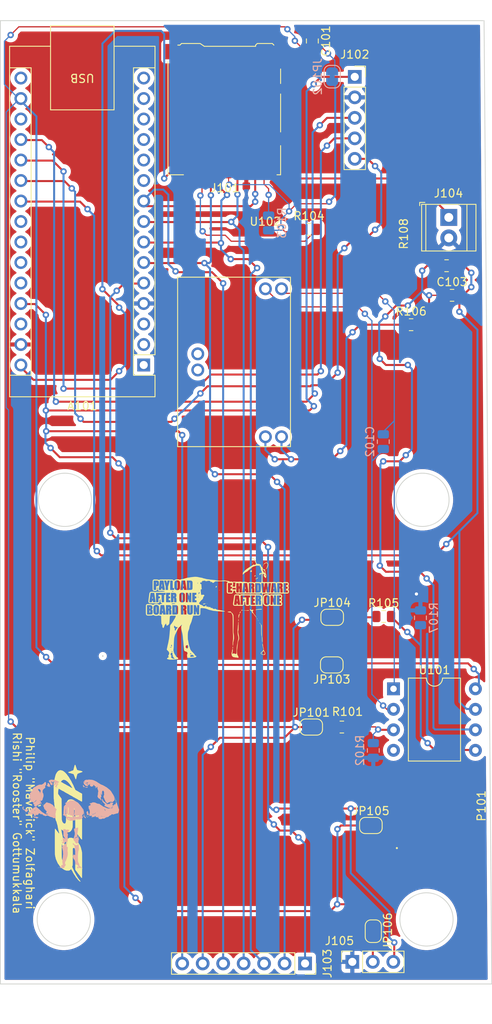
<source format=kicad_pcb>
(kicad_pcb (version 20211014) (generator pcbnew)
  (title_block (title "Payload Hard") (date "03/30/11") (rev "V1") (company "Philip Zolfaghari") (comment 1 "Rishi Gottumukkala"))
  (layers (0 "F.Cu" signal) (31 "B.Cu" signal) (34 "B.Paste" user) (35 "F.Paste" user) (36 "B.SilkS" user "B.Silkscreen") (37 "F.SilkS" user "F.Silkscreen") (38 "B.Mask" user) (39 "F.Mask" user) (44 "Edge.Cuts" user))
  (net 0 "")
  (net 4 "GND")
  (net 5 "/Dust_SIG")
  (net 6 "/SPI_SDCARD_CS")
  (net 7 "/SPI_SDCARD_MOSI")
  (net 8 "/SPI_SDCARD_SCK")
  (net 9 "/SPI_SDCARD_MISO")
  (net 17 "/3V3")
  (net 19 "/RED")
  (net 20 "/NOX")
  (net 21 "/PRE")
  (net 22 "/SO2_Out")
  (net 27 "/5V")
  (net 29 "/Vbattery")
  (net 30 "Net-(J101-Pad1)")
  (net 31 "Net-(J101-Pad8)")
  (net 32 "/Counter")
  (net 33 "/Reference")
  (net 34 "Net-(C103-Pad1)")
  (net 35 "Net-(R101-Pad2)")
  (net 36 "Net-(R105-Pad2)")
  (net 37 "Net-(U102-Pad1)")
  (net 38 "Net-(C101-Pad2)")
  (net 39 "Net-(JP105-Pad2)")
  (net 40 "Net-(JP101-Pad2)")
  (net 41 "Net-(JP104-Pad2)")
  (net 43 "Net-(JP106-Pad2)")
  (net 44 "Net-(JP103-Pad1)")
  (footprint "JST_S3B-PH-SM4-TB:JST_S3B-PH-SM4-TB" (layer "F.Cu") (at 154.925 135.2 -90)
    (fp_text reference "P101")
    (fp_text value "S3B-PH-SM4-TB")
  )
  (footprint "Sensor:3SP_SO2_20" (layer "F.Cu") (at 129.125 75.35)
    (fp_text reference "U102")
    (fp_text value "3SP_SO2_20")
  )
  (footprint "Jumper:SolderJumper-2_P1.3mm_Bridged_RoundedPad1.0x1.5mm" (layer "F.Cu") (at 142.7 123.1)
    (fp_text reference "JP101")
    (fp_text value "SolderJumper_2_Bridged")
  )
  (footprint "Resistor_SMD:R_0805_2012Metric" (layer "F.Cu") (at 159.4925 65.93)
    (fp_text reference "R108")
    (fp_text value "R_US")
  )
  (footprint "LOGO" (layer "F.Cu") (at 113 135 -90)
    (fp_text reference "G***" hide)
    (fp_text value "LOGO" hide)
  )
  (footprint "Resistor_SMD:R_0805_2012Metric" (layer "F.Cu") (at 142.425 61.425)
    (fp_text reference "R104")
    (fp_text value "10k")
  )
  (footprint "Jumper:SolderJumper-2_P1.3mm_Bridged_RoundedPad1.0x1.5mm" (layer "F.Cu") (at 150.1 135.3)
    (fp_text reference "JP105")
    (fp_text value "SolderJumper_2_Bridged")
  )
  (footprint "LOGO" (layer "F.Cu") (at 113 135)
    (fp_text reference "G***" hide)
    (fp_text value "LOGO" hide)
  )
  (footprint "Connector_PinSocket_2.54mm:PinSocket_1x03_P2.54mm_Vertical" (layer "F.Cu") (at 147.8 152.2 90)
    (fp_text reference "J105")
    (fp_text value "Conn_01x03_Female")
  )
  (footprint "Module:Arduino_Nano" (layer "F.Cu") (at 121.92 78.232 180)
    (fp_text reference "A101")
    (fp_text value "Arduino_Nano_v3.x")
  )
  (footprint "LOGO" (layer "F.Cu") (at 130.5 108.5)
    (fp_text reference "G***" hide)
    (fp_text value "LOGO" hide)
  )
  (footprint "Capacitor_SMD:C_0805_2012Metric" (layer "F.Cu") (at 142.84 38.08 -90)
    (fp_text reference "C101")
    (fp_text value "100 nF")
  )
  (footprint "Jumper:SolderJumper-2_P1.3mm_Bridged_RoundedPad1.0x1.5mm" (layer "F.Cu") (at 145.25 115.4 180)
    (fp_text reference "JP103")
    (fp_text value "SolderJumper_2_Bridged")
  )
  (footprint "Connector_PinSocket_2.54mm:PinSocket_1x07_P2.54mm_Vertical" (layer "F.Cu") (at 141.935 152.4 -90)
    (fp_text reference "J103")
    (fp_text value "Conn_01x07_Male")
  )
  (footprint "Jumper:SolderJumper-2_P1.3mm_Bridged_RoundedPad1.0x1.5mm" (layer "F.Cu") (at 145.3 109.5)
    (fp_text reference "JP104")
    (fp_text value "SolderJumper_2_Bridged")
  )
  (footprint "Connector_PinSocket_2.54mm:PinSocket_1x05_P2.54mm_Vertical" (layer "F.Cu") (at 148.1 42.525)
    (fp_text reference "J102")
    (fp_text value "Conn_01x05_Female")
  )
  (footprint "Connector_Card:microSD_HC_Hirose_DM3AT-SF-PEJM5" (layer "F.Cu") (at 131.925 46.775 180)
    (fp_text reference "J101")
    (fp_text value "Micro_SD_Card")
  )
  (footprint "Package_DIP:DIP-8_W10.16mm" (layer "F.Cu") (at 152.908 118.364)
    (fp_text reference "U101")
    (fp_text value "LM358")
  )
  (footprint "TerminalBlock_TE-Connectivity:TerminalBlock_TE_282834-2_1x02_P2.54mm_Horizontal" (layer "F.Cu") (at 159.766 59.944 -90)
    (fp_text reference "J104")
    (fp_text value "Screw_Terminal_01x02")
  )
  (footprint "Resistor_SMD:R_0805_2012Metric" (layer "F.Cu") (at 155.09 73.24)
    (fp_text reference "R106")
    (fp_text value "150")
  )
  (footprint "Jumper:SolderJumper-2_P1.3mm_Bridged_RoundedPad1.0x1.5mm" (layer "F.Cu") (at 150.4 148.4 -90)
    (fp_text reference "JP106")
    (fp_text value "SolderJumper_2_Bridged")
  )
  (footprint "Resistor_SMD:R_0805_2012Metric" (layer "F.Cu") (at 151.6875 109.4)
    (fp_text reference "R105")
    (fp_text value "R_US")
  )
  (footprint "Resistor_SMD:R_0805_2012Metric" (layer "F.Cu") (at 146.5 123.1)
    (fp_text reference "R101")
    (fp_text value "R_US")
  )
  (footprint "Resistor_SMD:R_0805_2012Metric" (layer "F.Cu") (at 160.1705 69.596)
    (fp_text reference "C103")
    (fp_text value "0.1uF")
  )
  (footprint "Resistor_SMD:R_0805_2012Metric" (layer "B.Cu") (at 156.25 109.56 90)
    (fp_text reference "R107")
    (fp_text value "R_US")
  )
  (footprint "Resistor_SMD:R_0805_2012Metric" (layer "B.Cu") (at 137.414 60.627 90)
    (fp_text reference "R103")
    (fp_text value "10k")
  )
  (footprint "Jumper:SolderJumper-2_P1.3mm_Bridged_RoundedPad1.0x1.5mm" (layer "B.Cu") (at 145.3 42.5 -90)
    (fp_text reference "JP102")
    (fp_text value "SolderJumper_2_Bridged")
  )
  (footprint "Resistor_SMD:R_0805_2012Metric" (layer "B.Cu") (at 151.638 87.7335 -90)
    (fp_text reference "C102")
    (fp_text value "0.1uF")
  )
  (footprint "Resistor_SMD:R_0805_2012Metric" (layer "B.Cu") (at 150.4 126 -90)
    (fp_text reference "R102")
    (fp_text value "R_US")
  )
  (gr_circle (center 156.5 94.94) (end 159.8 94.94) (layer "Edge.Cuts") (width 0.1) (fill none))
  (gr_line (start 164.14 35.56) (end 165.1 154.94) (layer "Edge.Cuts") (width 0.1))
  (gr_circle (center 112.14 94.94) (end 115.44 94.94) (layer "Edge.Cuts") (width 0.1) (fill none))
  (gr_line (start 165.1 154.94) (end 104.14 154.94) (layer "Edge.Cuts") (width 0.1))
  (gr_circle (center 116.84 114.3) (end 116.84 114.3) (layer "Edge.Cuts") (width 0.1) (fill none))
  (gr_line (start 104.14 154.94) (end 104.14 35.56) (layer "Edge.Cuts") (width 0.1))
  (gr_line (start 104.14 35.56) (end 164.14 35.56) (layer "Edge.Cuts") (width 0.1))
  (gr_circle (center 157 146.94) (end 160.3 146.94) (layer "Edge.Cuts") (width 0.1) (fill none))
  (gr_circle (center 112 146.94) (end 115.3 146.94) (layer "Edge.Cuts") (width 0.1) (fill none))
  (gr_text "Philip {dblquote}Maverick{dblquote} Zolfaghari\nRishi {dblquote}Rooster{dblquote} Gottumukkala" (at 107 135 270) (layer "F.SilkS") (effects (font (size 1 1))))
  (via (at 155.75 106.61) (size 0.8) (drill 0.4) (layers "F.Cu" "B.Cu") (net 4))
  (segment (start 136.26 99.71) (end 118.46 99.71) (width 0.25) (layer "F.Cu") (net 5))
  (segment (start 118.46 99.71) (end 117.77 99.02) (width 0.25) (layer "F.Cu") (net 5))
  (segment (start 138.5205 133.2) (end 138.3705 133.35) (width 0.25) (layer "F.Cu") (net 5))
  (segment (start 119.46 68.14) (end 121.71 68.14) (width 0.25) (layer "F.Cu") (net 5))
  (segment (start 140.27 135.93) (end 141.11 136.77) (width 0.25) (layer "F.Cu") (net 5))
  (segment (start 118.57 69.03) (end 119.46 68.14) (width 0.25) (layer "F.Cu") (net 5))
  (segment (start 138.82 135.93) (end 140.27 135.93) (width 0.25) (layer "F.Cu") (net 5))
  (segment (start 154.925 133.2) (end 147.6 133.2) (width 0.25) (layer "F.Cu") (net 5))
  (segment (start 153 152.08) (end 152.88 152.2) (width 0.25) (layer "F.Cu") (net 5))
  (segment (start 137.35 100.8) (end 136.26 99.71) (width 0.25) (layer "F.Cu") (net 5))
  (segment (start 138.06 135.17) (end 138.82 135.93) (width 0.25) (layer "F.Cu") (net 5))
  (segment (start 147.6 133.2) (end 138.5205 133.2) (width 0.25) (layer "F.Cu") (net 5))
  (segment (start 153 149.8) (end 153 152.08) (width 0.25) (layer "F.Cu") (net 5))
  (via (at 118.57 69.03) (size 0.8) (drill 0.4) (layers "F.Cu" "B.Cu") (net 5))
  (via (at 138.06 135.17) (size 0.8) (drill 0.4) (layers "F.Cu" "B.Cu") (net 5))
  (via (at 141.11 136.77) (size 0.8) (drill 0.4) (layers "F.Cu" "B.Cu") (net 5))
  (via (at 137.35 100.8) (size 0.8) (drill 0.4) (layers "F.Cu" "B.Cu") (net 5))
  (via (at 138.3705 133.35) (size 0.8) (drill 0.4) (layers "F.Cu" "B.Cu") (net 5))
  (via (at 117.77 99.02) (size 0.8) (drill 0.4) (layers "F.Cu" "B.Cu") (net 5))
  (via (at 147.6 133.2) (size 0.8) (drill 0.4) (layers "F.Cu" "B.Cu") (net 5))
  (via (at 153 149.8) (size 0.8) (drill 0.4) (layers "F.Cu" "B.Cu") (net 5))
  (segment (start 118.57 69.03) (end 117.77 69.83) (width 0.25) (layer "B.Cu") (net 5))
  (segment (start 141.935 137.595) (end 141.935 152.4) (width 0.25) (layer "B.Cu") (net 5))
  (segment (start 152.4 149.2) (end 153 149.8) (width 0.25) (layer "B.Cu") (net 5))
  (segment (start 152.4 146) (end 152.4 149.2) (width 0.25) (layer "B.Cu") (net 5))
  (segment (start 137.922 133.35) (end 137.414 132.842) (width 0.25) (layer "B.Cu") (net 5))
  (segment (start 137.35 134.46) (end 138.06 135.17) (width 0.25) (layer "B.Cu") (net 5))
  (segment (start 147.6 133.2) (end 147.6 141.2) (width 0.25) (layer "B.Cu") (net 5))
  (segment (start 137.35 100.8) (end 137.35 134.46) (width 0.25) (layer "B.Cu") (net 5))
  (segment (start 147.6 141.2) (end 152.4 146) (width 0.25) (layer "B.Cu") (net 5))
  (segment (start 138.3705 133.35) (end 137.922 133.35) (width 0.25) (layer "B.Cu") (net 5))
  (segment (start 117.77 69.83) (end 117.77 99.02) (width 0.25) (layer "B.Cu") (net 5))
  (segment (start 141.11 136.77) (end 141.935 137.595) (width 0.25) (layer "B.Cu") (net 5))
  (segment (start 130.7505 91.77) (end 137.51 91.77) (width 0.25) (layer "F.Cu") (net 6))
  (segment (start 137.51 91.77) (end 138.46 92.72) (width 0.25) (layer "F.Cu") (net 6))
  (segment (start 129.45 65.6) (end 121.71 65.6) (width 0.25) (layer "F.Cu") (net 6))
  (segment (start 130.25 54.5) (end 130.25 57.202) (width 0.25) (layer "F.Cu") (net 6))
  (via (at 138.46 92.72) (size 0.8) (drill 0.4) (layers "F.Cu" "B.Cu") (net 6))
  (via (at 130.7505 91.77) (size 0.8) (drill 0.4) (layers "F.Cu" "B.Cu") (net 6))
  (via (at 129.45 65.6) (size 0.8) (drill 0.4) (layers "F.Cu" "B.Cu") (net 6))
  (via (at 130.25 57.202) (size 0.8) (drill 0.4) (layers "F.Cu" "B.Cu") (net 6))
  (segment (start 139.395 93.655) (end 139.395 152.4) (width 0.25) (layer "B.Cu") (net 6))
  (segment (start 129.45 65.6) (end 130.15 66.3) (width 0.25) (layer "B.Cu") (net 6))
  (segment (start 130.05 65.6) (end 129.45 65.6) (width 0.25) (layer "B.Cu") (net 6))
  (segment (start 138.46 92.72) (end 139.395 93.655) (width 0.25) (layer "B.Cu") (net 6))
  (segment (start 130.15 91.1695) (end 130.7505 91.77) (width 0.25) (layer "B.Cu") (net 6))
  (segment (start 130.25 65.4) (end 130.05 65.6) (width 0.25) (layer "B.Cu") (net 6))
  (segment (start 130.25 57.202) (end 130.25 65.4) (width 0.25) (layer "B.Cu") (net 6))
  (segment (start 130.15 66.3) (end 130.15 91.1695) (width 0.25) (layer "B.Cu") (net 6))
  (segment (start 131.35 56.251874) (end 131.35 54.5) (width 0.25) (layer "F.Cu") (net 7))
  (segment (start 131.435 63.06) (end 121.71 63.06) (width 0.25) (layer "F.Cu") (net 7))
  (segment (start 131.5 63.125) (end 131.435 63.06) (width 0.25) (layer "F.Cu") (net 7))
  (segment (start 132.71 65.11) (end 134.88 65.11) (width 0.25) (layer "F.Cu") (net 7))
  (segment (start 134.88 65.11) (end 135.985 66.215) (width 0.25) (layer "F.Cu") (net 7))
  (segment (start 132.251777 57.153651) (end 131.35 56.251874) (width 0.25) (layer "F.Cu") (net 7))
  (via (at 135.985 66.215) (size 0.8) (drill 0.4) (layers "F.Cu" "B.Cu") (net 7))
  (via (at 132.71 65.11) (size 0.8) (drill 0.4) (layers "F.Cu" "B.Cu") (net 7))
  (via (at 131.5 63.125) (size 0.8) (drill 0.4) (layers "F.Cu" "B.Cu") (net 7))
  (via (at 132.251777 57.153651) (size 0.8) (drill 0.4) (layers "F.Cu" "B.Cu") (net 7))
  (segment (start 132.71 65.11) (end 131.5 63.9) (width 0.25) (layer "B.Cu") (net 7))
  (segment (start 135.985 66.215) (end 135.2 67) (width 0.25) (layer "B.Cu") (net 7))
  (segment (start 135.2 67) (end 135.2 150.745) (width 0.25) (layer "B.Cu") (net 7))
  (segment (start 135.2 150.745) (end 136.855 152.4) (width 0.25) (layer "B.Cu") (net 7))
  (segment (start 131.549503 57.855925) (end 131.549503 63.075497) (width 0.25) (layer "B.Cu") (net 7))
  (segment (start 131.549503 63.075497) (end 131.5 63.125) (width 0.25) (layer "B.Cu") (net 7))
  (segment (start 132.251777 57.153651) (end 131.549503 57.855925) (width 0.25) (layer "B.Cu") (net 7))
  (segment (start 131.5 63.9) (end 131.5 63.125) (width 0.25) (layer "B.Cu") (net 7))
  (segment (start 132.774 60.5005) (end 132.7545 60.52) (width 0.25) (layer "F.Cu") (net 8))
  (segment (start 132.7545 60.52) (end 121.71 60.52) (width 0.25) (layer "F.Cu") (net 8))
  (segment (start 133.55 57.096) (end 133.55 54.5) (width 0.25) (layer "F.Cu") (net 8))
  (via (at 132.774 60.5005) (size 0.8) (drill 0.4) (layers "F.Cu" "B.Cu") (net 8))
  (via (at 133.55 57.096) (size 0.8) (drill 0.4) (layers "F.Cu" "B.Cu") (net 8))
  (segment (start 133.804063 63.514063) (end 134.315 64.025) (width 0.25) (layer "B.Cu") (net 8))
  (segment (start 132.774 60.5005) (end 133.804063 61.530563) (width 0.25) (layer "B.Cu") (net 8))
  (segment (start 133.55 57.096) (end 133.55 59.7245) (width 0.25) (layer "B.Cu") (net 8))
  (segment (start 133.55 59.7245) (end 132.774 60.5005) (width 0.25) (layer "B.Cu") (net 8))
  (segment (start 133.804063 61.530563) (end 133.804063 63.514063) (width 0.25) (layer "B.Cu") (net 8))
  (segment (start 134.315 64.025) (end 134.315 152.4) (width 0.25) (layer "B.Cu") (net 8))
  (segment (start 135.75 57.9995) (end 135.1995 58.55) (width 0.25) (layer "F.Cu") (net 9))
  (segment (start 135.75 54.5) (end 135.75 57.036) (width 0.25) (layer "F.Cu") (net 9))
  (segment (start 125.9755 66.73) (end 125.87 66.6245) (width 0.25) (layer "F.Cu") (net 9))
  (segment (start 130.39 66.73) (end 125.9755 66.73) (width 0.25) (layer "F.Cu") (net 9))
  (segment (start 131.775 68.115) (end 130.39 66.73) (width 0.25) (layer "F.Cu") (net 9))
  (segment (start 122.28 58.55) (end 121.71 57.98) (width 0.25) (layer "F.Cu") (net 9))
  (segment (start 135.1995 58.55) (end 122.28 58.55) (width 0.25) (layer "F.Cu") (net 9))
  (via (at 131.775 68.115) (size 0.8) (drill 0.4) (layers "F.Cu" "B.Cu") (net 9))
  (via (at 135.75 57.036) (size 0.8) (drill 0.4) (layers "F.Cu" "B.Cu") (net 9))
  (via (at 135.75 57.9995) (size 0.8) (drill 0.4) (layers "F.Cu" "B.Cu") (net 9))
  (via (at 125.87 66.6245) (size 0.8) (drill 0.4) (layers "F.Cu" "B.Cu") (net 9))
  (segment (start 124.9745 65.729) (end 125.87 66.6245) (width 0.25) (layer "B.Cu") (net 9))
  (segment (start 123.19 56.5) (end 124.349569 56.5) (width 0.25) (layer "B.Cu") (net 9))
  (segment (start 121.71 57.98) (end 123.19 56.5) (width 0.25) (layer "B.Cu") (net 9))
  (segment (start 124.349569 56.5) (end 124.9745 57.124931) (width 0.25) (layer "B.Cu") (net 9))
  (segment (start 135.75 57.036) (end 135.75 57.9995) (width 0.25) (layer "B.Cu") (net 9))
  (segment (start 124.9745 57.124931) (end 124.9745 65.729) (width 0.25) (layer "B.Cu") (net 9))
  (segment (start 131.775 68.115) (end 131.775 152.4) (width 0.25) (layer "B.Cu") (net 9))
  (segment (start 106.426 36.322) (end 139.446 36.322) (width 0.15) (layer "F.Cu") (net 17))
  (segment (start 142.84 39.03) (end 141.646 39.03) (width 0.15) (layer "F.Cu") (net 17))
  (segment (start 139.446 36.322) (end 139.744 36.62) (width 0.15) (layer "F.Cu") (net 17))
  (segment (start 142.05 123.1) (end 140.7 123.1) (width 0.25) (layer "F.Cu") (net 17))
  (segment (start 130.24 125.56) (end 131.37 124.43) (width 0.25) (layer "F.Cu") (net 17))
  (segment (start 139.37 124.43) (end 140.69 123.11) (width 0.25) (layer "F.Cu") (net 17))
  (segment (start 131.37 124.43) (end 139.37 124.43) (width 0.25) (layer "F.Cu") (net 17))
  (segment (start 144.78 39.624) (end 144.186 39.03) (width 0.15) (layer "F.Cu") (net 17))
  (segment (start 144.6 115.4) (end 110.79 115.4) (width 0.25) (layer "F.Cu") (net 17))
  (segment (start 141.646 39.03) (end 140.67 38.054) (width 0.15) (layer "F.Cu") (net 17))
  (segment (start 141.56 109.81) (end 144.34 109.81) (width 0.25) (layer "F.Cu") (net 17))
  (segment (start 140.7 123.1) (end 106.082 123.1) (width 0.25) (layer "F.Cu") (net 17))
  (segment (start 106.082 123.1) (end 105.41 122.428) (width 0.25) (layer "F.Cu") (net 17))
  (segment (start 144.186 39.03) (end 142.84 39.03) (width 0.15) (layer "F.Cu") (net 17))
  (segment (start 144.34 109.81) (end 144.65 109.5) (width 0.25) (layer "F.Cu") (net 17))
  (segment (start 105.41 37.338) (end 106.426 36.322) (width 0.15) (layer "F.Cu") (net 17))
  (segment (start 110.79 115.4) (end 109.815 114.425) (width 0.25) (layer "F.Cu") (net 17))
  (via (at 141.56 109.81) (size 0.8) (drill 0.4) (layers "F.Cu" "B.Cu") (net 17))
  (via (at 105.41 122.428) (size 0.8) (drill 0.4) (layers "F.Cu" "B.Cu") (net 17))
  (via (at 105.41 37.338) (size 0.8) (drill 0.4) (layers "F.Cu" "B.Cu") (net 17))
  (via (at 144.78 39.624) (size 0.8) (drill 0.4) (layers "F.Cu" "B.Cu") (net 17))
  (via (at 140.67 38.054) (size 0.8) (drill 0.4) (layers "F.Cu" "B.Cu") (net 17))
  (via (at 139.744 36.62) (size 0.8) (drill 0.4) (layers "F.Cu" "B.Cu") (net 17))
  (via (at 109.815 114.425) (size 0.8) (drill 0.4) (layers "F.Cu" "B.Cu") (net 17))
  (via (at 140.7 123.1) (size 0.8) (drill 0.4) (layers "F.Cu" "B.Cu") (net 17))
  (via (at 130.24 125.56) (size 0.8) (drill 0.4) (layers "F.Cu" "B.Cu") (net 17))
  (segment (start 141.56 109.81) (end 140.5 110.87) (width 0.25) (layer "B.Cu") (net 17))
  (segment (start 140.67 37.546) (end 140.67 38.054) (width 0.15) (layer "B.Cu") (net 17))
  (segment (start 104.86 83.524) (end 104.86 46.89) (width 0.15) (layer "B.Cu") (net 17))
  (segment (start 104.86 46.89) (end 106.47 45.28) (width 0.15) (layer "B.Cu") (net 17))
  (segment (start 140.5 122.9) (end 140.7 123.1) (width 0.25) (layer "B.Cu") (net 17))
  (segment (start 129.235 126.565) (end 129.235 152.4) (width 0.25) (layer "B.Cu") (net 17))
  (segment (start 145.625 40.469) (end 145.625 41.525) (width 0.15) (layer "B.Cu") (net 17))
  (segment (start 144.78 39.624) (end 145.625 40.469) (width 0.15) (layer "B.Cu") (net 17))
  (segment (start 105.156 83.82) (end 104.86 83.524) (width 0.15) (layer "B.Cu") (net 17))
  (segment (start 109.815 114.425) (end 108.607699 113.217699) (width 0.25) (layer "B.Cu") (net 17))
  (segment (start 108.607699 113.217699) (end 108.607699 47.417699) (width 0.25) (layer "B.Cu") (net 17))
  (segment (start 105.41 122.428) (end 105.156 122.174) (width 0.15) (layer "B.Cu") (net 17))
  (segment (start 145.625 41.525) (end 145.3 41.85) (width 0.15) (layer "B.Cu") (net 17))
  (segment (start 108.607699 47.417699) (end 106.47 45.28) (width 0.25) (layer "B.Cu") (net 17))
  (segment (start 104.6395 38.1085) (end 104.6395 43.4495) (width 0.15) (layer "B.Cu") (net 17))
  (segment (start 105.41 37.338) (end 104.6395 38.1085) (width 0.15) (layer "B.Cu") (net 17))
  (segment (start 139.744 36.62) (end 140.67 37.546) (width 0.15) (layer "B.Cu") (net 17))
  (segment (start 140.5 110.87) (end 140.5 122.9) (width 0.25) (layer "B.Cu") (net 17))
  (segment (start 105.156 122.174) (end 105.156 83.82) (width 0.15) (layer "B.Cu") (net 17))
  (segment (start 104.6395 43.4495) (end 106.47 45.28) (width 0.15) (layer "B.Cu") (net 17))
  (segment (start 130.24 125.56) (end 129.235 126.565) (width 0.25) (layer "B.Cu") (net 17))
  (segment (start 142.132 82.78) (end 111.022 82.78) (width 0.25) (layer "F.Cu") (net 19))
  (segment (start 144.673 47.605) (end 148.1 47.605) (width 0.25) (layer "F.Cu") (net 19))
  (segment (start 110.15 51.23) (end 109.28 50.36) (width 0.25) (layer "F.Cu") (net 19))
  (segment (start 143.764 48.514) (end 144.673 47.605) (width 0.25) (layer "F.Cu") (net 19))
  (segment (start 143.1445 81.7675) (end 142.132 82.78) (width 0.25) (layer "F.Cu") (net 19))
  (segment (start 109.28 50.36) (end 106.47 50.36) (width 0.25) (layer "F.Cu") (net 19))
  (via (at 110.15 51.23) (size 0.8) (drill 0.4) (layers "F.Cu" "B.Cu") (net 19))
  (via (at 143.764 48.514) (size 0.8) (drill 0.4) (layers "F.Cu" "B.Cu") (net 19))
  (via (at 143.1445 81.7675) (size 0.8) (drill 0.4) (layers "F.Cu" "B.Cu") (net 19))
  (via (at 111.022 82.78) (size 0.8) (drill 0.4) (layers "F.Cu" "B.Cu") (net 19))
  (segment (start 110.15 51.23) (end 110.8045 51.8845) (width 0.25) (layer "B.Cu") (net 19))
  (segment (start 142.87 81.493) (end 142.87 49.408) (width 0.25) (layer "B.Cu") (net 19))
  (segment (start 143.1445 81.7675) (end 142.87 81.493) (width 0.25) (layer "B.Cu") (net 19))
  (segment (start 142.87 49.408) (end 143.764 48.514) (width 0.25) (layer "B.Cu") (net 19))
  (segment (start 110.8045 51.8845) (end 110.8045 82.78) (width 0.25) (layer "B.Cu") (net 19))
  (segment (start 143.4735 79.415) (end 130.22984 79.415) (width 0.25) (layer "F.Cu") (net 20))
  (segment (start 130.22984 79.415) (end 128.91434 80.7305) (width 0.25) (layer "F.Cu") (net 20))
  (segment (start 145.5595 50.145) (end 148.1 50.145) (width 0.25) (layer "F.Cu") (net 20))
  (segment (start 110.62 52.9) (end 106.47 52.9) (width 0.25) (layer "F.Cu") (net 20))
  (segment (start 143.8945 78.994) (end 143.4735 79.415) (width 0.25) (layer "F.Cu") (net 20))
  (segment (start 128.095931 81.16) (end 111.97 81.16) (width 0.25) (layer "F.Cu") (net 20))
  (segment (start 128.525431 80.7305) (end 128.095931 81.16) (width 0.25) (layer "F.Cu") (net 20))
  (segment (start 144.6505 51.054) (end 145.5595 50.145) (width 0.25) (layer "F.Cu") (net 20))
  (segment (start 128.91434 80.7305) (end 128.525431 80.7305) (width 0.25) (layer "F.Cu") (net 20))
  (segment (start 111.97 54.25) (end 110.62 52.9) (width 0.25) (layer "F.Cu") (net 20))
  (via (at 111.97 54.25) (size 0.8) (drill 0.4) (layers "F.Cu" "B.Cu") (net 20))
  (via (at 143.8945 78.994) (size 0.8) (drill 0.4) (layers "F.Cu" "B.Cu") (net 20))
  (via (at 111.97 81.16) (size 0.8) (drill 0.4) (layers "F.Cu" "B.Cu") (net 20))
  (via (at 144.6505 51.054) (size 0.8) (drill 0.4) (layers "F.Cu" "B.Cu") (net 20))
  (segment (start 143.8945 78.994) (end 143.8945 51.81) (width 0.25) (layer "B.Cu") (net 20))
  (segment (start 143.8945 51.81) (end 144.6505 51.054) (width 0.25) (layer "B.Cu") (net 20))
  (segment (start 111.97 54.25) (end 111.97 81.16) (width 0.25) (layer "B.Cu") (net 20))
  (segment (start 148.106 62.46) (end 149.63 62.46) (width 0.25) (layer "F.Cu") (net 21))
  (segment (start 112.9945 56.35) (end 112.0845 55.44) (width 0.25) (layer "F.Cu") (net 21))
  (segment (start 142.719931 80.7425) (end 143.569069 80.7425) (width 0.25) (layer "F.Cu") (net 21))
  (segment (start 149.63 62.46) (end 150.622 61.468) (width 0.25) (layer "F.Cu") (net 21))
  (segment (start 143.696569 80.87) (end 144.288 80.87) (width 0.25) (layer "F.Cu") (net 21))
  (segment (start 146.812 63.754) (end 148.106 62.46) (width 0.25) (layer "F.Cu") (net 21))
  (segment (start 144.288 80.87) (end 145.98 79.178) (width 0.25) (layer "F.Cu") (net 21))
  (segment (start 128.95 81.7555) (end 129.8355 80.87) (width 0.25) (layer "F.Cu") (net 21))
  (segment (start 114.4655 85.28) (end 114.08 84.8945) (width 0.25) (layer "F.Cu") (net 21))
  (segment (start 142.592431 80.87) (end 142.719931 80.7425) (width 0.25) (layer "F.Cu") (net 21))
  (segment (start 125.3545 85.28) (end 114.4655 85.28) (width 0.25) (layer "F.Cu") (net 21))
  (segment (start 112.0845 55.44) (end 106.47 55.44) (width 0.25) (layer "F.Cu") (net 21))
  (segment (start 150.622 53.5855) (end 149.7215 52.685) (width 0.25) (layer "F.Cu") (net 21))
  (segment (start 149.7215 52.685) (end 148.1 52.685) (width 0.25) (layer "F.Cu") (net 21))
  (segment (start 129.8355 80.87) (end 142.592431 80.87) (width 0.25) (layer "F.Cu") (net 21))
  (segment (start 125.74 84.8945) (end 125.3545 85.28) (width 0.25) (layer "F.Cu") (net 21))
  (segment (start 143.569069 80.7425) (end 143.696569 80.87) (width 0.25) (layer "F.Cu") (net 21))
  (via (at 146.812 63.754) (size 0.8) (drill 0.4) (layers "F.Cu" "B.Cu") (net 21))
  (via (at 145.98 79.178) (size 0.8) (drill 0.4) (layers "F.Cu" "B.Cu") (net 21))
  (via (at 125.74 84.8945) (size 0.8) (drill 0.4) (layers "F.Cu" "B.Cu") (net 21))
  (via (at 150.622 61.468) (size 0.8) (drill 0.4) (layers "F.Cu" "B.Cu") (net 21))
  (via (at 112.9945 56.35) (size 0.8) (drill 0.4) (layers "F.Cu" "B.Cu") (net 21))
  (via (at 114.08 84.8945) (size 0.8) (drill 0.4) (layers "F.Cu" "B.Cu") (net 21))
  (via (at 150.622 53.5855) (size 0.8) (drill 0.4) (layers "F.Cu" "B.Cu") (net 21))
  (via (at 128.95 81.7555) (size 0.8) (drill 0.4) (layers "F.Cu" "B.Cu") (net 21))
  (segment (start 151.385 54.3485) (end 151.385 60.705) (width 0.25) (layer "B.Cu") (net 21))
  (segment (start 128.95 81.7555) (end 126.651 84.0545) (width 0.25) (layer "B.Cu") (net 21))
  (segment (start 113.41 56.7655) (end 112.9945 56.35) (width 0.25) (layer "B.Cu") (net 21))
  (segment (start 113.41 84.2245) (end 113.41 56.7655) (width 0.25) (layer "B.Cu") (net 21))
  (segment (start 145.98 79.178) (end 145.98 64.586) (width 0.25) (layer "B.Cu") (net 21))
  (segment (start 126.651 84.0545) (end 126.58 84.0545) (width 0.25) (layer "B.Cu") (net 21))
  (segment (start 145.98 64.586) (end 146.812 63.754) (width 0.25) (layer "B.Cu") (net 21))
  (segment (start 114.08 84.8945) (end 113.41 84.2245) (width 0.25) (layer "B.Cu") (net 21))
  (segment (start 126.58 84.0545) (end 125.74 84.8945) (width 0.25) (layer "B.Cu") (net 21))
  (segment (start 150.622 53.5855) (end 151.385 54.3485) (width 0.25) (layer "B.Cu") (net 21))
  (segment (start 151.385 60.705) (end 150.622 61.468) (width 0.25) (layer "B.Cu") (net 21))
  (segment (start 161.688 65.93) (end 162.56 66.802) (width 0.25) (layer "F.Cu") (net 22))
  (segment (start 161.08 71.628) (end 161.08 69.7435) (width 0.25) (layer "F.Cu") (net 22))
  (segment (start 114.95 58.92) (end 114.01 57.98) (width 0.25) (layer "F.Cu") (net 22))
  (segment (start 116.635 101.825) (end 116.11 101.3) (width 0.25) (layer "F.Cu") (net 22))
  (segment (start 114.01 57.98) (end 106.47 57.98) (width 0.25) (layer "F.Cu") (net 22))
  (segment (start 159.46 100.42) (end 158.055 101.825) (width 0.25) (layer "F.Cu") (net 22))
  (segment (start 162.56 68.58) (end 161.544 69.596) (width 0.25) (layer "F.Cu") (net 22))
  (segment (start 160.405 65.93) (end 161.688 65.93) (width 0.25) (layer "F.Cu") (net 22))
  (segment (start 158.055 101.825) (end 116.635 101.825) (width 0.25) (layer "F.Cu") (net 22))
  (segment (start 161.544 69.596) (end 161.29 69.596) (width 0.25) (layer "F.Cu") (net 22))
  (via (at 159.46 100.42) (size 0.8) (drill 0.4) (layers "F.Cu" "B.Cu") (net 22))
  (via (at 116.11 101.3) (size 0.8) (drill 0.4) (layers "F.Cu" "B.Cu") (net 22))
  (via (at 162.56 68.58) (size 0.8) (drill 0.4) (layers "F.Cu" "B.Cu") (net 22))
  (via (at 161.08 71.628) (size 0.8) (drill 0.4) (layers "F.Cu" "B.Cu") (net 22))
  (via (at 114.95 58.92) (size 0.8) (drill 0.4) (layers "F.Cu" "B.Cu") (net 22))
  (via (at 162.56 66.802) (size 0.8) (drill 0.4) (layers "F.Cu" "B.Cu") (net 22))
  (segment (start 162.56 66.802) (end 162.56 68.58) (width 0.25) (layer "B.Cu") (net 22))
  (segment (start 161.08 119.98) (end 161.96 120.86) (width 0.25) (layer "B.Cu") (net 22))
  (segment (start 161.08 98.82) (end 161.08 119.98) (width 0.25) (layer "B.Cu") (net 22))
  (segment (start 163.32 96.58) (end 161.08 98.82) (width 0.25) (layer "B.Cu") (net 22))
  (segment (start 159.48 100.42) (end 161.08 98.82) (width 0.25) (layer "B.Cu") (net 22))
  (segment (start 115.77 59.74) (end 114.95 58.92) (width 0.25) (layer "B.Cu") (net 22))
  (segment (start 159.46 100.42) (end 159.48 100.42) (width 0.25) (layer "B.Cu") (net 22))
  (segment (start 161.96 120.86) (end 163.5 120.86) (width 0.25) (layer "B.Cu") (net 22))
  (segment (start 115.77 100.96) (end 115.77 59.74) (width 0.25) (layer "B.Cu") (net 22))
  (segment (start 116.11 101.3) (end 115.77 100.96) (width 0.25) (layer "B.Cu") (net 22))
  (segment (start 161.08 71.628) (end 163.32 73.868) (width 0.25) (layer "B.Cu") (net 22))
  (segment (start 163.32 73.868) (end 163.32 96.58) (width 0.25) (layer "B.Cu") (net 22))
  (segment (start 111.506 89.662) (end 118.0325 89.662) (width 0.25) (layer "F.Cu") (net 27))
  (segment (start 118.0325 89.662) (end 118.7945 90.424) (width 0.25) (layer "F.Cu") (net 27))
  (segment (start 126.216 86.44) (end 109.82 86.44) (width 0.25) (layer "F.Cu") (net 27))
  (segment (start 143.911 42.525) (end 148.1 42.525) (width 0.25) (layer "F.Cu") (net 27))
  (segment (start 143.002 43.434) (end 143.911 42.525) (width 0.25) (layer "F.Cu") (net 27))
  (segment (start 109.78 72.02) (end 108.44 70.68) (width 0.25) (layer "F.Cu") (net 27))
  (segment (start 108.44 70.68) (end 106.47 70.68) (width 0.25) (layer "F.Cu") (net 27))
  (segment (start 149.45 135.3) (end 146.4 135.3) (width 0.25) (layer "F.Cu") (net 27))
  (segment (start 142.490862 83.87) (end 109.78 83.87) (width 0.25) (layer "F.Cu") (net 27))
  (segment (start 143.025431 83.335431) (end 142.490862 83.87) (width 0.25) (layer "F.Cu") (net 27))
  (segment (start 145.92 145.06) (end 148.66 145.06) (width 0.25) (layer "F.Cu") (net 27))
  (segment (start 145.07 145.91) (end 145.92 145.06) (width 0.25) (layer "F.Cu") (net 27))
  (segment (start 126.695 86.919) (end 126.216 86.44) (width 0.25) (layer "F.Cu") (net 27))
  (segment (start 148.66 145.06) (end 150.4 146.8) (width 0.25) (layer "F.Cu") (net 27))
  (segment (start 122.542 145.91) (end 145.07 145.91) (width 0.25) (layer "F.Cu") (net 27))
  (segment (start 120.904 144.272) (end 122.542 145.91) (width 0.25) (layer "F.Cu") (net 27))
  (segment (start 150.4 146.8) (end 150.4 147.75) (width 0.25) (layer "F.Cu") (net 27))
  (segment (start 146.4 135.3) (end 145.95 135.75) (width 0.25) (layer "F.Cu") (net 27))
  (segment (start 110.363 88.519) (end 111.506 89.662) (width 0.25) (layer "F.Cu") (net 27))
  (via (at 145.92 145.06) (size 0.8) (drill 0.4) (layers "F.Cu" "B.Cu") (net 27))
  (via (at 110.363 88.519) (size 0.8) (drill 0.4) (layers "F.Cu" "B.Cu") (net 27))
  (via (at 118.7945 90.424) (size 0.8) (drill 0.4) (layers "F.Cu" "B.Cu") (net 27))
  (via (at 126.695 86.919) (size 0.8) (drill 0.4) (layers "F.Cu" "B.Cu") (net 27))
  (via (at 120.904 144.272) (size 0.8) (drill 0.4) (layers "F.Cu" "B.Cu") (net 27))
  (via (at 109.82 86.44) (size 0.8) (drill 0.4) (layers "F.Cu" "B.Cu") (net 27))
  (via (at 145.95 135.75) (size 0.8) (drill 0.4) (layers "F.Cu" "B.Cu") (net 27))
  (via (at 109.78 83.87) (size 0.8) (drill 0.4) (layers "F.Cu" "B.Cu") (net 27))
  (via (at 143.002 43.434) (size 0.8) (drill 0.4) (layers "F.Cu" "B.Cu") (net 27))
  (via (at 109.78 72.02) (size 0.8) (drill 0.4) (layers "F.Cu" "B.Cu") (net 27))
  (via (at 143.025431 83.335431) (size 0.8) (drill 0.4) (layers "F.Cu" "B.Cu") (net 27))
  (segment (start 109.728 87.884) (end 109.728 86.532) (width 0.25) (layer "B.Cu") (net 27))
  (segment (start 109.78 72.02) (end 109.78 83.87) (width 0.25) (layer "B.Cu") (net 27))
  (segment (start 119.52 91.1495) (end 118.7945 90.424) (width 0.25) (layer "B.Cu") (net 27))
  (segment (start 142.12 70.15) (end 142.12 70.42) (width 0.25) (layer "B.Cu") (net 27))
  (segment (start 145.95 145.03) (end 145.92 145.06) (width 0.25) (layer "B.Cu") (net 27))
  (segment (start 120.904 144.272) (end 119.52 142.888) (width 0.25) (layer "B.Cu") (net 27))
  (segment (start 110.363 88.519) (end 109.728 87.884) (width 0.25) (layer "B.Cu") (net 27))
  (segment (start 145.95 135.75) (end 145.95 145.03) (width 0.25) (layer "B.Cu") (net 27))
  (segment (start 109.82 83.91) (end 109.78 83.87) (width 0.25) (layer "B.Cu") (net 27))
  (segment (start 142.12 82.43) (end 142.12 70.358) (width 0.25) (layer "B.Cu") (net 27))
  (segment (start 109.728 86.532) (end 109.82 86.44) (width 0.25) (layer "B.Cu") (net 27))
  (segment (start 126.695 86.919) (end 126.695 152.4) (width 0.25) (layer "B.Cu") (net 27))
  (segment (start 143.025431 83.335431) (end 142.12 82.43) (width 0.25) (layer "B.Cu") (net 27))
  (segment (start 109.82 86.44) (end 109.82 83.91) (width 0.25) (layer "B.Cu") (net 27))
  (segment (start 119.52 142.888) (end 119.52 91.1495) (width 0.25) (layer "B.Cu") (net 27))
  (segment (start 142.12 44.316) (end 142.12 70.15) (width 0.25) (layer "B.Cu") (net 27))
  (segment (start 143.002 43.434) (end 142.12 44.316) (width 0.25) (layer "B.Cu") (net 27))
  (segment (start 138.348222 45.875) (end 138.275 45.948222) (width 0.25) (layer "F.Cu") (net 29))
  (segment (start 117.791 80.075) (end 108.245 80.075) (width 0.25) (layer "F.Cu") (net 29))
  (segment (start 138.275 48.325) (end 137.625 48.975) (width 0.25) (layer "F.Cu") (net 29))
  (segment (start 139.875 46.548222) (end 139.201778 45.875) (width 0.25) (layer "F.Cu") (net 29))
  (segment (start 118.872 71.12) (end 118.872 70.9115) (width 0.25) (layer "F.Cu") (net 29))
  (segment (start 155.293 55.118) (end 140.975 55.118) (width 0.25) (layer "F.Cu") (net 29))
  (segment (start 136.975 53.275) (end 126.303 53.275) (width 0.25) (layer "F.Cu") (net 29))
  (segment (start 118.872 70.9115) (end 116.7945 68.834) (width 0.25) (layer "F.Cu") (net 29))
  (segment (start 139.201778 45.875) (end 138.348222 45.875) (width 0.25) (layer "F.Cu") (net 29))
  (segment (start 138.275 45.948222) (end 138.275 48.325) (width 0.25) (layer "F.Cu") (net 29))
  (segment (start 140.975 55.118) (end 139.875 54.018) (width 0.25) (layer "F.Cu") (net 29))
  (segment (start 108.245 80.075) (end 106.47 78.3) (width 0.25) (layer "F.Cu") (net 29))
  (segment (start 159.55 59.375) (end 155.293 55.118) (width 0.25) (layer "F.Cu") (net 29))
  (segment (start 137.625 48.975) (end 137.625 52.625) (width 0.25) (layer "F.Cu") (net 29))
  (segment (start 126.303 53.275) (end 124.46 55.118) (width 0.25) (layer "F.Cu") (net 29))
  (segment (start 139.875 54.018) (end 139.875 46.548222) (width 0.25) (layer "F.Cu") (net 29))
  (segment (start 137.625 52.625) (end 136.975 53.275) (width 0.25) (layer "F.Cu") (net 29))
  (segment (start 118.872 78.994) (end 117.791 80.075) (width 0.25) (layer "F.Cu") (net 29))
  (via (at 116.7945 68.834) (size 0.8) (drill 0.4) (layers "F.Cu" "B.Cu") (net 29))
  (via (at 124.46 55.118) (size 0.8) (drill 0.4) (layers "F.Cu" "B.Cu") (net 29))
  (via (at 118.872 78.994) (size 0.8) (drill 0.4) (layers "F.Cu" "B.Cu") (net 29))
  (via (at 118.872 71.12) (size 0.8) (drill 0.4) (layers "F.Cu" "B.Cu") (net 29))
  (segment (start 119.634 78.232) (end 118.872 78.994) (width 0.25) (layer "B.Cu") (net 29))
  (segment (start 124.079 36.83) (end 118.364 36.83) (width 0.25) (layer "B.Cu") (net 29))
  (segment (start 124.46 37.211) (end 124.079 36.83) (width 0.25) (layer "B.Cu") (net 29))
  (segment (start 124.46 55.118) (end 124.46 37.211) (width 0.25) (layer "B.Cu") (net 29))
  (segment (start 119.634 71.882) (end 119.634 78.232) (width 0.25) (layer "B.Cu") (net 29))
  (segment (start 118.872 71.12) (end 119.634 71.882) (width 0.25) (layer "B.Cu") (net 29))
  (segment (start 116.7945 38.3995) (end 116.7945 68.834) (width 0.25) (layer "B.Cu") (net 29))
  (segment (start 118.364 36.83) (end 116.7945 38.3995) (width 0.25) (layer "B.Cu") (net 29))
  (segment (start 128.950497 57.231503) (end 129.15 57.032) (width 0.15) (layer "F.Cu") (net 30))
  (segment (start 129.15 57.032) (end 129.15 54.5) (width 0.15) (layer "F.Cu") (net 30))
  (segment (start 132.033638 62.15) (end 132.779063 62.895425) (width 0.15) (layer "F.Cu") (net 30))
  (segment (start 141.921301 62.895425) (end 143.3375 61.479226) (width 0.15) (layer "F.Cu") (net 30))
  (segment (start 129.712 62.15) (end 132.033638 62.15) (width 0.15) (layer "F.Cu") (net 30))
  (segment (start 129.2255 61.6635) (end 129.712 62.15) (width 0.15) (layer "F.Cu") (net 30))
  (segment (start 143.3375 61.479226) (end 143.3375 61.425) (width 0.15) (layer "F.Cu") (net 30))
  (segment (start 132.779063 62.895425) (end 141.921301 62.895425) (width 0.15) (layer "F.Cu") (net 30))
  (via (at 128.950497 57.231503) (size 0.8) (drill 0.4) (layers "F.Cu" "B.Cu") (net 30))
  (via (at 129.2255 61.6635) (size 0.8) (drill 0.4) (layers "F.Cu" "B.Cu") (net 30))
  (segment (start 128.950497 57.231503) (end 128.950497 61.388497) (width 0.15) (layer "B.Cu") (net 30))
  (segment (start 128.950497 61.388497) (end 129.2255 61.6635) (width 0.15) (layer "B.Cu") (net 30))
  (segment (start 137.414 56.389) (end 136.85 55.825) (width 0.15) (layer "F.Cu") (net 31))
  (segment (start 137.414 57.15) (end 137.414 56.389) (width 0.15) (layer "F.Cu") (net 31))
  (segment (start 136.85 55.825) (end 136.85 54.5) (width 0.15) (layer "F.Cu") (net 31))
  (via (at 137.414 57.15) (size 0.8) (drill 0.4) (layers "F.Cu" "B.Cu") (net 31))
  (segment (start 137.414 57.15) (end 137.414 59.5395) (width 0.15) (layer "B.Cu") (net 31))
  (segment (start 150.884 69.35) (end 139.05 69.35) (width 0.15) (layer "F.Cu") (net 32))
  (segment (start 139.015 69.315) (end 139.015 68.79) (width 0.15) (layer "F.Cu") (net 32))
  (segment (start 139.05 69.35) (end 139.015 69.315) (width 0.15) (layer "F.Cu") (net 32))
  (segment (start 151.892 70.358) (end 150.884 69.35) (width 0.15) (layer "F.Cu") (net 32))
  (via (at 151.892 70.358) (size 0.8) (drill 0.4) (layers "F.Cu" "B.Cu") (net 32))
  (segment (start 153 71.466) (end 153 83.9) (width 0.15) (layer "B.Cu") (net 32))
  (segment (start 153 84.18) (end 153 83.85) (width 0.15) (layer "B.Cu") (net 32))
  (segment (start 153 118.32) (end 153 84.18) (width 0.15) (layer "B.Cu") (net 32))
  (segment (start 153 85.145) (end 153 84.18) (width 0.15) (layer "B.Cu") (net 32))
  (segment (start 151.69 86.455) (end 153 85.145) (width 0.15) (layer "B.Cu") (net 32))
  (segment (start 151.892 70.358) (end 153 71.466) (width 0.15) (layer "B.Cu") (net 32))
  (segment (start 152.16 120.98) (end 152.88 120.98) (width 0.15) (layer "F.Cu") (net 33))
  (segment (start 149.352 71.882) (end 148.5 71.03) (width 0.15) (layer "F.Cu") (net 33))
  (segment (start 139.255 71.03) (end 137.015 68.79) (width 0.15) (layer "F.Cu") (net 33))
  (segment (start 148.5 71.03) (end 139.255 71.03) (width 0.15) (layer "F.Cu") (net 33))
  (segment (start 151.62 120.44) (end 152.16 120.98) (width 0.15) (layer "F.Cu") (net 33))
  (via (at 151.62 120.44) (size 0.8) (drill 0.4) (layers "F.Cu" "B.Cu") (net 33))
  (via (at 149.352 71.882) (size 0.8) (drill 0.4) (layers "F.Cu" "B.Cu") (net 33))
  (segment (start 150.23 90.16) (end 151.69 88.7) (width 0.15) (layer "B.Cu") (net 33))
  (segment (start 150.23 72.76) (end 150.23 90.16) (width 0.15) (layer "B.Cu") (net 33))
  (segment (start 149.352 71.882) (end 150.23 72.76) (width 0.15) (layer "B.Cu") (net 33))
  (segment (start 151.62 120.44) (end 150.23 119.05) (width 0.15) (layer "B.Cu") (net 33))
  (segment (start 150.23 119.05) (end 150.23 90.16) (width 0.15) (layer "B.Cu") (net 33))
  (segment (start 156.464 66.548) (end 157.082 65.93) (width 0.25) (layer "F.Cu") (net 34))
  (segment (start 152.28 103.86) (end 151.9645 103.86) (width 0.25) (layer "F.Cu") (net 34))
  (segment (start 154.686 78.232) (end 151.9665 78.232) (width 0.25) (layer "F.Cu") (net 34))
  (segment (start 153.67 90.17) (end 154.432 89.408) (width 0.25) (layer "F.Cu") (net 34))
  (segment (start 152.29 103.85) (end 152.28 103.86) (width 0.25) (layer "F.Cu") (net 34))
  (segment (start 156.63 73.24) (end 156.0025 73.24) (width 0.25) (layer "F.Cu") (net 34))
  (segment (start 153.2415 70.866) (end 154.686 70.866) (width 0.25) (layer "F.Cu") (net 34))
  (segment (start 157.32 69.596) (end 157.32 72.55) (width 0.25) (layer "F.Cu") (net 34))
  (segment (start 157.082 65.93) (end 158.43 65.93) (width 0.25) (layer "F.Cu") (net 34))
  (segment (start 151.9665 78.232) (end 151.2045 77.47) (width 0.25) (layer "F.Cu") (net 34))
  (segment (start 159.258 69.596) (end 157.32 69.596) (width 0.15) (layer "F.Cu") (net 34))
  (segment (start 151.9645 103.86) (end 151.2045 103.1) (width 0.25) (layer "F.Cu") (net 34))
  (segment (start 157.02 104.69) (end 156.18 103.85) (width 0.25) (layer "F.Cu") (net 34))
  (segment (start 156.18 103.85) (end 152.29 103.85) (width 0.25) (layer "F.Cu") (net 34))
  (segment (start 151.892 72.2155) (end 153.2415 70.866) (width 0.25) (layer "F.Cu") (net 34))
  (segment (start 151.638 90.17) (end 153.67 90.17) (width 0.25) (layer "F.Cu") (net 34))
  (segment (start 157.32 72.55) (end 156.63 73.24) (width 0.25) (layer "F.Cu") (net 34))
  (via (at 151.892 72.2155) (size 0.8) (drill 0.4) (layers "F.Cu" "B.Cu") (net 34))
  (via (at 151.2045 103.1) (size 0.8) (drill 0.4) (layers "F.Cu" "B.Cu") (net 34))
  (via (at 156.464 66.548) (size 0.8) (drill 0.4) (layers "F.Cu" "B.Cu") (net 34))
  (via (at 154.686 70.866) (size 0.8) (drill 0.4) (layers "F.Cu" "B.Cu") (net 34))
  (via (at 157.02 104.69) (size 0.8) (drill 0.4) (layers "F.Cu" "B.Cu") (net 34))
  (via (at 154.432 89.408) (size 0.8) (drill 0.4) (layers "F.Cu" "B.Cu") (net 34))
  (via (at 151.2045 77.47) (size 0.8) (drill 0.4) (layers "F.Cu" "B.Cu") (net 34))
  (via (at 151.638 90.17) (size 0.8) (drill 0.4) (layers "F.Cu" "B.Cu") (net 34))
  (via (at 157.32 69.596) (size 0.8) (drill 0.4) (layers "F.Cu" "B.Cu") (net 34))
  (via (at 154.686 78.232) (size 0.8) (drill 0.4) (layers "F.Cu" "B.Cu") (net 34))
  (segment (start 151.28 90.528) (end 151.28 103.0245) (width 0.25) (layer "B.Cu") (net 34))
  (segment (start 156.972 69.596) (end 157.32 69.596) (width 0.25) (layer "B.Cu") (net 34))
  (segment (start 151.638 90.17) (end 151.28 90.528) (width 0.25) (layer "B.Cu") (net 34))
  (segment (start 151.13 77.3955) (end 151.2045 77.47) (width 0.25) (layer "B.Cu") (net 34))
  (segment (start 158.06 123.4) (end 163.5 123.4) (width 0.25) (layer "B.Cu") (net 34))
  (segment (start 157.86 123.2) (end 158.06 123.4) (width 0.25) (layer "B.Cu") (net 34))
  (segment (start 151.28 103.0245) (end 151.2045 103.1) (width 0.25) (layer "B.Cu") (net 34))
  (segment (start 156.464 66.548) (end 156.464 69.088) (width 0.25) (layer "B.Cu") (net 34))
  (segment (start 157.02 104.69) (end 157.86 105.53) (width 0.25) (layer "B.Cu") (net 34))
  (segment (start 154.432 89.408) (end 155.194 88.646) (width 0.25) (layer "B.Cu") (net 34))
  (segment (start 151.13 72.9775) (end 151.13 77.3955) (width 0.25) (layer "B.Cu") (net 34))
  (segment (start 151.892 72.2155) (end 151.13 72.9775) (width 0.25) (layer "B.Cu") (net 34))
  (segment (start 155.194 88.646) (end 155.194 78.74) (width 0.25) (layer "B.Cu") (net 34))
  (segment (start 157.86 105.53) (end 157.86 123.2) (width 0.25) (layer "B.Cu") (net 34))
  (segment (start 156.464 69.088) (end 154.686 70.866) (width 0.25) (layer "B.Cu") (net 34))
  (segment (start 155.194 78.74) (end 154.686 78.232) (width 0.25) (layer "B.Cu") (net 34))
  (segment (start 156.464 69.088) (end 156.972 69.596) (width 0.25) (layer "B.Cu") (net 34))
  (segment (start 150.68 123.08) (end 147.4325 123.08) (width 0.15) (layer "F.Cu") (net 35))
  (segment (start 152.908 123.444) (end 151.044 123.444) (width 0.25) (layer "F.Cu") (net 35))
  (segment (start 151.044 123.444) (end 151 123.4) (width 0.25) (layer "F.Cu") (net 35))
  (segment (start 151 123.4) (end 150.68 123.08) (width 0.15) (layer "F.Cu") (net 35))
  (segment (start 147.4325 123.08) (end 147.4125 123.1) (width 0.15) (layer "F.Cu") (net 35))
  (via (at 151 123.4) (size 0.8) (drill 0.4) (layers "F.Cu" "B.Cu") (net 35))
  (segment (start 151 123.4) (end 150.4 124) (width 0.15) (layer "B.Cu") (net 35))
  (segment (start 150.4 124) (end 150.4 125.0875) (width 0.15) (layer "B.Cu") (net 35))
  (segment (start 157.14 125.09) (end 157.99 125.94) (width 0.25) (layer "F.Cu") (net 36))
  (segment (start 157.99 125.94) (end 163.5 125.94) (width 0.25) (layer "F.Cu") (net 36))
  (segment (start 154.62 111.32) (end 154.52 111.32) (width 0.25) (layer "F.Cu") (net 36))
  (segment (start 154.52 111.32) (end 152.6 109.4) (width 0.25) (layer "F.Cu") (net 36))
  (via (at 154.62 111.32) (size 0.8) (drill 0.4) (layers "F.Cu" "B.Cu") (net 36))
  (via (at 157.14 125.09) (size 0.8) (drill 0.4) (layers "F.Cu" "B.Cu") (net 36))
  (segment (start 154.62 111.32) (end 156.29 112.99) (width 0.25) (layer "B.Cu") (net 36))
  (segment (start 156.29 112.99) (end 156.29 110.74) (width 0.25) (layer "B.Cu") (net 36))
  (segment (start 156.29 124.24) (end 157.14 125.09) (width 0.25) (layer "B.Cu") (net 36))
  (segment (start 156.29 112.99) (end 156.29 124.24) (width 0.25) (layer "B.Cu") (net 36))
  (segment (start 140.208 89.916) (end 138.176 89.916) (width 0.25) (layer "F.Cu") (net 37))
  (segment (start 145.288 89.916) (end 140.208 89.916) (width 0.25) (layer "F.Cu") (net 37))
  (segment (start 148.756 73.24) (end 154.1775 73.24) (width 0.25) (layer "F.Cu") (net 37))
  (segment (start 147.828 74.168) (end 148.756 73.24) (width 0.25) (layer "F.Cu") (net 37))
  (segment (start 146.304 88.9) (end 145.288 89.916) (width 0.25) (layer "F.Cu") (net 37))
  (via (at 138.176 89.916) (size 0.8) (drill 0.4) (layers "F.Cu" "B.Cu") (net 37))
  (via (at 147.828 74.168) (size 0.8) (drill 0.4) (layers "F.Cu" "B.Cu") (net 37))
  (via (at 146.304 88.9) (size 0.8) (drill 0.4) (layers "F.Cu" "B.Cu") (net 37))
  (via (at 140.208 89.916) (size 0.8) (drill 0.4) (layers "F.Cu" "B.Cu") (net 37))
  (segment (start 139.015 88.723) (end 140.208 89.916) (width 0.25) (layer "B.Cu") (net 37))
  (segment (start 139.015 88.723) (end 139.015 87.13) (width 0.25) (layer "B.Cu") (net 37))
  (segment (start 147.828 74.168) (end 147.066 74.93) (width 0.25) (layer "B.Cu") (net 37))
  (segment (start 137.015 88.755) (end 137.015 87.13) (width 0.25) (layer "B.Cu") (net 37))
  (segment (start 138.176 89.916) (end 137.015 88.755) (width 0.25) (layer "B.Cu") (net 37))
  (segment (start 147.066 88.138) (end 146.304 88.9) (width 0.25) (layer "B.Cu") (net 37))
  (segment (start 147.066 74.93) (end 147.066 88.138) (width 0.25) (layer "B.Cu") (net 37))
  (segment (start 141.2155 61.722) (end 141.5125 61.425) (width 0.15) (layer "F.Cu") (net 38))
  (segment (start 139.954 59.182) (end 140.886 58.25) (width 0.15) (layer "F.Cu") (net 38))
  (segment (start 139.446 61.722) (end 141.2155 61.722) (width 0.15) (layer "F.Cu") (net 38))
  (segment (start 144.6685 58.25) (end 144.919 57.9995) (width 0.15) (layer "F.Cu") (net 38))
  (segment (start 138.938 61.214) (end 139.446 61.722) (width 0.15) (layer "F.Cu") (net 38))
  (segment (start 140.886 58.25) (end 144.6685 58.25) (width 0.15) (layer "F.Cu") (net 38))
  (segment (start 132.45 55.8045) (end 132.5255 55.88) (width 0.127) (layer "F.Cu") (net 38))
  (segment (start 132.45 54.5) (end 132.45 55.8045) (width 0.127) (layer "F.Cu") (net 38))
  (via (at 144.919 57.9995) (size 0.8) (drill 0.4) (layers "F.Cu" "B.Cu") (net 38))
  (via (at 138.938 61.214) (size 0.8) (drill 0.4) (layers "F.Cu" "B.Cu") (net 38))
  (via (at 139.954 59.182) (size 0.8) (drill 0.4) (layers "F.Cu" "B.Cu") (net 38))
  (via (at 132.5255 55.88) (size 0.8) (drill 0.4) (layers "F.Cu" "B.Cu") (net 38))
  (segment (start 145.6755 43.5255) (end 145.6755 57.243) (width 0.25) (layer "B.Cu") (net 38))
  (segment (start 138.938 61.214) (end 138.938 60.198) (width 0.15) (layer "B.Cu") (net 38))
  (segment (start 145.3 43.15) (end 145.6755 43.5255) (width 0.25) (layer "B.Cu") (net 38))
  (segment (start 145.6755 57.243) (end 144.919 57.9995) (width 0.25) (layer "B.Cu") (net 38))
  (segment (start 139.954 58.326525) (end 139.954 59.182) (width 0.127) (layer "B.Cu") (net 38))
  (segment (start 138.938 60.198) (end 139.954 59.182) (width 0.15) (layer "B.Cu") (net 38))
  (segment (start 138.938 61.214) (end 138.6125 61.5395) (width 0.15) (layer "B.Cu") (net 38))
  (segment (start 137.507475 55.88) (end 139.954 58.326525) (width 0.127) (layer "B.Cu") (net 38))
  (segment (start 132.5255 55.88) (end 137.507475 55.88) (width 0.127) (layer "B.Cu") (net 38))
  (segment (start 138.6125 61.5395) (end 137.414 61.5395) (width 0.15) (layer "B.Cu") (net 38))
  (segment (start 150.75 135.3) (end 150.85 135.2) (width 0.25) (layer "F.Cu") (net 39))
  (segment (start 150.85 135.2) (end 154.925 135.2) (width 0.25) (layer "F.Cu") (net 39))
  (segment (start 143.45 123.2) (end 145.4875 123.2) (width 0.25) (layer "F.Cu") (net 40))
  (segment (start 145.4875 123.2) (end 145.5875 123.1) (width 0.25) (layer "F.Cu") (net 40))
  (segment (start 145.95 109.5) (end 150.675 109.5) (width 0.25) (layer "F.Cu") (net 41))
  (segment (start 150.675 109.5) (end 150.775 109.4) (width 0.25) (layer "F.Cu") (net 41))
  (segment (start 150.4 149.05) (end 150.34 149.11) (width 0.25) (layer "F.Cu") (net 43))
  (segment (start 150.34 149.11) (end 150.34 152.2) (width 0.25) (layer "F.Cu") (net 43))
  (segment (start 162.16 115.21) (end 146.09 115.21) (width 0.25) (layer "F.Cu") (net 44))
  (segment (start 162.16 115.21) (end 162.86 115.91) (width 0.25) (layer "F.Cu") (net 44))
  (segment (start 146.09 115.21) (end 145.9 115.4) (width 0.25) (layer "F.Cu") (net 44))
  (via (at 162.86 115.91) (size 0.8) (drill 0.4) (layers "F.Cu" "B.Cu") (net 44))
  (segment (start 163.5 116.55) (end 163.5 118.32) (width 0.25) (layer "B.Cu") (net 44))
  (segment (start 162.86 115.91) (end 163.5 116.55) (width 0.25) (layer "B.Cu") (net 44))
  (zone (net 4) (net_name "GND") (layers F&B.Cu) (name "Zone") (connect_pads (clearance 0.508)) (min_thickness 0.254) (fill yes (thermal_gap 0.508) (thermal_bridge_width 0.508))
    (polygon (pts (xy 164.13 35.59) (xy 165.11 154.95) (xy 104.16 154.94) (xy 104.14 35.55)))
  )
)
</source>
